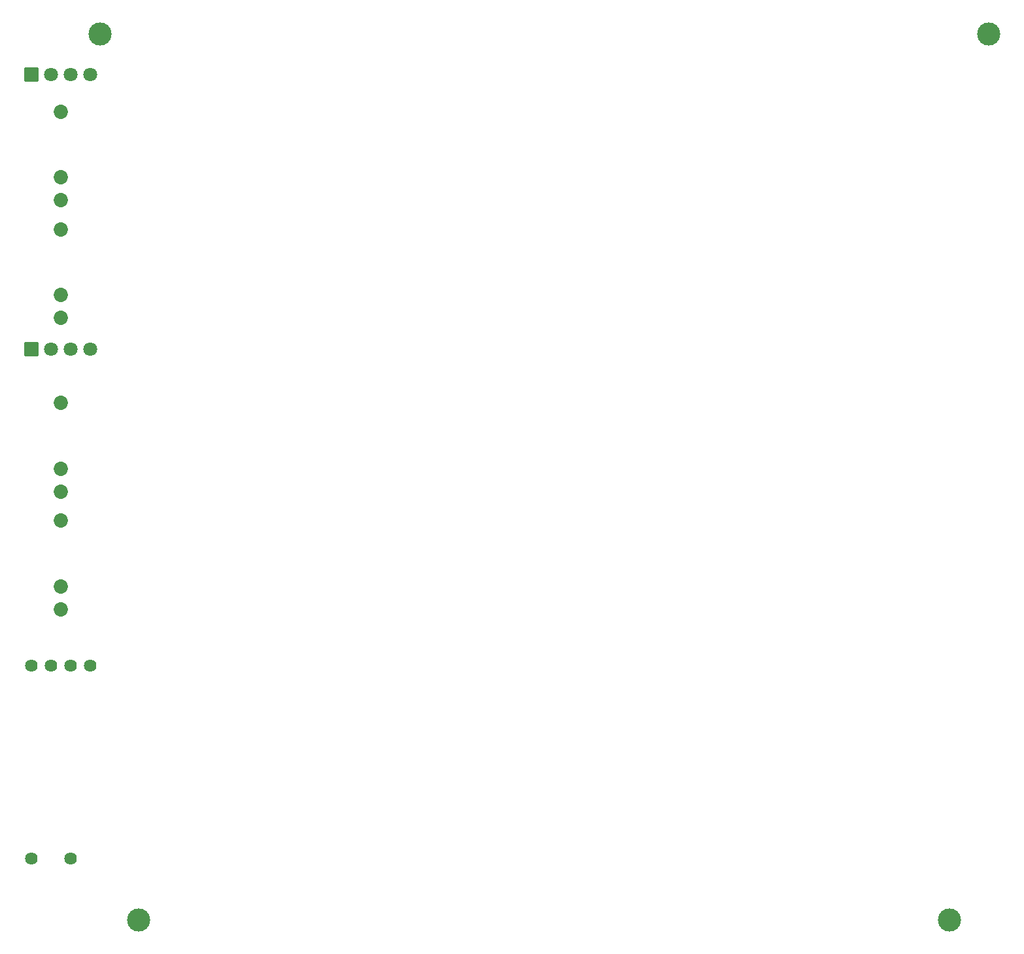
<source format=gts>
G04 Layer: TopSolderMaskLayer*
G04 EasyEDA v6.5.29, 2023-07-16 12:04:07*
G04 4946885894e94847ae742278ab8b5cb3,5a6b42c53f6a479593ecc07194224c93,10*
G04 Gerber Generator version 0.2*
G04 Scale: 100 percent, Rotated: No, Reflected: No *
G04 Dimensions in millimeters *
G04 leading zeros omitted , absolute positions ,4 integer and 5 decimal *
%FSLAX45Y45*%
%MOMM*%

%AMMACRO1*1,1,$1,$2,$3*1,1,$1,$4,$5*1,1,$1,0-$2,0-$3*1,1,$1,0-$4,0-$5*20,1,$1,$2,$3,$4,$5,0*20,1,$1,$4,$5,0-$2,0-$3,0*20,1,$1,0-$2,0-$3,0-$4,0-$5,0*20,1,$1,0-$4,0-$5,$2,$3,0*4,1,4,$2,$3,$4,$5,0-$2,0-$3,0-$4,0-$5,$2,$3,0*%
%ADD10MACRO1,0.1016X-0.85X-0.85X0.85X-0.85*%
%ADD11C,1.8016*%
%ADD12C,1.8532*%
%ADD13C,1.6256*%
%ADD14C,3.0000*%

%LPD*%
D10*
G01*
X114300Y8255000D03*
D11*
G01*
X368300Y8255000D03*
G01*
X622300Y8255000D03*
G01*
X876300Y8255000D03*
D10*
G01*
X114300Y11811000D03*
D11*
G01*
X368300Y11811000D03*
G01*
X622300Y11811000D03*
G01*
X876300Y11811000D03*
D12*
G01*
X493521Y7561986D03*
G01*
X493521Y6712000D03*
G01*
X493521Y6411976D03*
G01*
X493521Y6037986D03*
G01*
X493521Y5188000D03*
G01*
X493521Y4887976D03*
G01*
X493521Y11333861D03*
G01*
X493521Y10483875D03*
G01*
X493521Y10183850D03*
G01*
X493521Y9809886D03*
G01*
X493521Y8959900D03*
G01*
X493521Y8659876D03*
D13*
G01*
X114300Y4163695D03*
G01*
X368300Y4163695D03*
G01*
X622300Y4163695D03*
G01*
X876300Y4163695D03*
G01*
X622300Y1663700D03*
G01*
X114300Y1663700D03*
D14*
G01*
X999997Y12337999D03*
G01*
X12505994Y12337999D03*
G01*
X1499997Y870000D03*
G01*
X12005995Y870000D03*
M02*

</source>
